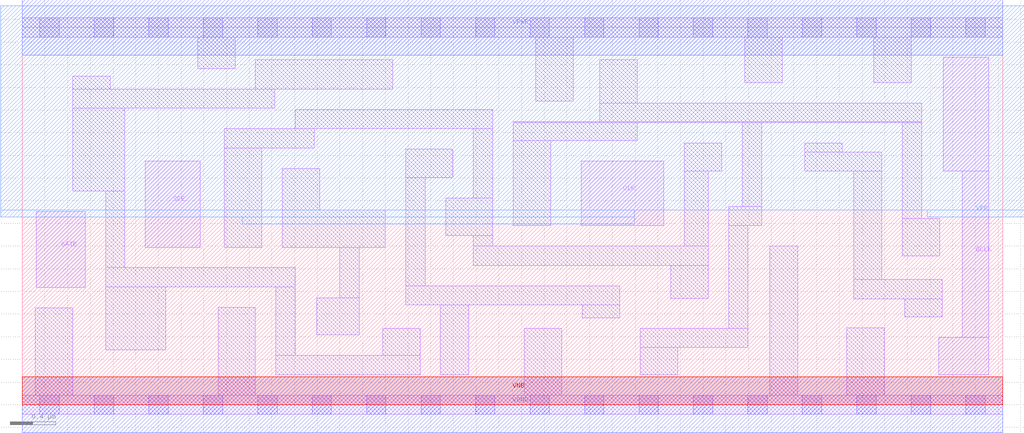
<source format=lef>
# Copyright 2020 The SkyWater PDK Authors
#
# Licensed under the Apache License, Version 2.0 (the "License");
# you may not use this file except in compliance with the License.
# You may obtain a copy of the License at
#
#     https://www.apache.org/licenses/LICENSE-2.0
#
# Unless required by applicable law or agreed to in writing, software
# distributed under the License is distributed on an "AS IS" BASIS,
# WITHOUT WARRANTIES OR CONDITIONS OF ANY KIND, either express or implied.
# See the License for the specific language governing permissions and
# limitations under the License.
#
# SPDX-License-Identifier: Apache-2.0

VERSION 5.7 ;
  NOWIREEXTENSIONATPIN ON ;
  DIVIDERCHAR "/" ;
  BUSBITCHARS "[]" ;
MACRO sky130_fd_sc_lp__sdlclkp_lp
  CLASS CORE ;
  FOREIGN sky130_fd_sc_lp__sdlclkp_lp ;
  ORIGIN  0.000000  0.000000 ;
  SIZE  8.640000 BY  3.330000 ;
  SYMMETRY X Y R90 ;
  SITE unit ;
  PIN GATE
    ANTENNAGATEAREA  0.376000 ;
    DIRECTION INPUT ;
    USE SIGNAL ;
    PORT
      LAYER li1 ;
        RECT 0.125000 1.035000 0.555000 1.705000 ;
    END
  END GATE
  PIN GCLK
    ANTENNADIFFAREA  0.404700 ;
    DIRECTION OUTPUT ;
    USE SIGNAL ;
    PORT
      LAYER li1 ;
        RECT 8.075000 0.265000 8.515000 0.595000 ;
        RECT 8.115000 2.060000 8.515000 3.065000 ;
        RECT 8.285000 0.595000 8.515000 2.060000 ;
    END
  END GCLK
  PIN SCE
    ANTENNAGATEAREA  0.376000 ;
    DIRECTION INPUT ;
    USE SIGNAL ;
    PORT
      LAYER li1 ;
        RECT 1.085000 1.390000 1.570000 2.150000 ;
    END
  END SCE
  PIN CLK
    ANTENNAGATEAREA  0.689000 ;
    DIRECTION INPUT ;
    USE CLOCK ;
    PORT
      LAYER li1 ;
        RECT 4.925000 1.580000 5.655000 2.150000 ;
    END
  END CLK
  PIN VGND
    DIRECTION INOUT ;
    USE GROUND ;
    PORT
      LAYER met1 ;
        RECT 0.000000 -0.245000 8.640000 0.245000 ;
    END
  END VGND
  PIN VNB
    DIRECTION INOUT ;
    USE GROUND ;
    PORT
      LAYER pwell ;
        RECT 0.000000 0.000000 8.640000 0.245000 ;
    END
  END VNB
  PIN VPB
    DIRECTION INOUT ;
    USE POWER ;
    PORT
      LAYER nwell ;
        RECT -0.190000 1.655000 5.395000 1.720000 ;
        RECT -0.190000 1.720000 8.830000 3.520000 ;
        RECT  1.940000 1.595000 5.395000 1.655000 ;
        RECT  7.975000 1.655000 8.830000 1.720000 ;
    END
  END VPB
  PIN VPWR
    DIRECTION INOUT ;
    USE POWER ;
    PORT
      LAYER met1 ;
        RECT 0.000000 3.085000 8.640000 3.575000 ;
    END
  END VPWR
  OBS
    LAYER li1 ;
      RECT 0.000000 -0.085000 8.640000 0.085000 ;
      RECT 0.000000  3.245000 8.640000 3.415000 ;
      RECT 0.115000  0.085000 0.445000 0.855000 ;
      RECT 0.445000  1.885000 0.905000 2.615000 ;
      RECT 0.445000  2.615000 2.225000 2.785000 ;
      RECT 0.445000  2.785000 0.775000 2.900000 ;
      RECT 0.735000  0.485000 1.265000 1.040000 ;
      RECT 0.735000  1.040000 2.405000 1.210000 ;
      RECT 0.735000  1.210000 0.905000 1.885000 ;
      RECT 1.545000  2.965000 1.875000 3.245000 ;
      RECT 1.725000  0.085000 2.055000 0.860000 ;
      RECT 1.780000  1.390000 2.110000 2.265000 ;
      RECT 1.780000  2.265000 2.575000 2.435000 ;
      RECT 2.055000  2.785000 3.265000 3.045000 ;
      RECT 2.235000  0.265000 3.505000 0.435000 ;
      RECT 2.235000  0.435000 2.405000 1.040000 ;
      RECT 2.290000  1.390000 3.200000 1.720000 ;
      RECT 2.290000  1.720000 2.620000 2.085000 ;
      RECT 2.405000  2.435000 4.145000 2.605000 ;
      RECT 2.595000  0.615000 2.970000 0.945000 ;
      RECT 2.800000  0.945000 2.970000 1.390000 ;
      RECT 3.175000  0.435000 3.505000 0.675000 ;
      RECT 3.380000  0.880000 5.265000 1.050000 ;
      RECT 3.380000  1.050000 3.550000 2.005000 ;
      RECT 3.380000  2.005000 3.795000 2.255000 ;
      RECT 3.685000  0.265000 3.935000 0.880000 ;
      RECT 3.730000  1.495000 4.145000 1.825000 ;
      RECT 3.975000  1.230000 6.045000 1.400000 ;
      RECT 3.975000  1.400000 4.145000 1.495000 ;
      RECT 3.975000  1.825000 4.145000 2.435000 ;
      RECT 4.325000  1.580000 4.655000 2.330000 ;
      RECT 4.325000  2.330000 5.420000 2.490000 ;
      RECT 4.325000  2.490000 7.925000 2.500000 ;
      RECT 4.425000  0.085000 4.755000 0.675000 ;
      RECT 4.525000  2.680000 4.855000 3.245000 ;
      RECT 4.935000  0.765000 5.265000 0.880000 ;
      RECT 5.090000  2.500000 7.925000 2.660000 ;
      RECT 5.090000  2.660000 5.420000 3.045000 ;
      RECT 5.445000  0.265000 5.775000 0.505000 ;
      RECT 5.445000  0.505000 6.395000 0.675000 ;
      RECT 5.715000  0.940000 6.045000 1.230000 ;
      RECT 5.835000  1.400000 6.045000 2.060000 ;
      RECT 5.835000  2.060000 6.165000 2.310000 ;
      RECT 6.225000  0.675000 6.395000 1.580000 ;
      RECT 6.225000  1.580000 6.515000 1.750000 ;
      RECT 6.345000  1.750000 6.515000 2.490000 ;
      RECT 6.365000  2.840000 6.695000 3.245000 ;
      RECT 6.585000  0.085000 6.835000 1.400000 ;
      RECT 6.895000  2.060000 7.575000 2.230000 ;
      RECT 6.895000  2.230000 7.225000 2.310000 ;
      RECT 7.265000  0.085000 7.595000 0.680000 ;
      RECT 7.325000  0.935000 8.105000 1.105000 ;
      RECT 7.325000  1.105000 7.575000 2.060000 ;
      RECT 7.505000  2.840000 7.835000 3.245000 ;
      RECT 7.755000  1.315000 8.085000 1.645000 ;
      RECT 7.755000  1.645000 7.925000 2.490000 ;
      RECT 7.775000  0.775000 8.105000 0.935000 ;
    LAYER mcon ;
      RECT 0.155000 -0.085000 0.325000 0.085000 ;
      RECT 0.155000  3.245000 0.325000 3.415000 ;
      RECT 0.635000 -0.085000 0.805000 0.085000 ;
      RECT 0.635000  3.245000 0.805000 3.415000 ;
      RECT 1.115000 -0.085000 1.285000 0.085000 ;
      RECT 1.115000  3.245000 1.285000 3.415000 ;
      RECT 1.595000 -0.085000 1.765000 0.085000 ;
      RECT 1.595000  3.245000 1.765000 3.415000 ;
      RECT 2.075000 -0.085000 2.245000 0.085000 ;
      RECT 2.075000  3.245000 2.245000 3.415000 ;
      RECT 2.555000 -0.085000 2.725000 0.085000 ;
      RECT 2.555000  3.245000 2.725000 3.415000 ;
      RECT 3.035000 -0.085000 3.205000 0.085000 ;
      RECT 3.035000  3.245000 3.205000 3.415000 ;
      RECT 3.515000 -0.085000 3.685000 0.085000 ;
      RECT 3.515000  3.245000 3.685000 3.415000 ;
      RECT 3.995000 -0.085000 4.165000 0.085000 ;
      RECT 3.995000  3.245000 4.165000 3.415000 ;
      RECT 4.475000 -0.085000 4.645000 0.085000 ;
      RECT 4.475000  3.245000 4.645000 3.415000 ;
      RECT 4.955000 -0.085000 5.125000 0.085000 ;
      RECT 4.955000  3.245000 5.125000 3.415000 ;
      RECT 5.435000 -0.085000 5.605000 0.085000 ;
      RECT 5.435000  3.245000 5.605000 3.415000 ;
      RECT 5.915000 -0.085000 6.085000 0.085000 ;
      RECT 5.915000  3.245000 6.085000 3.415000 ;
      RECT 6.395000 -0.085000 6.565000 0.085000 ;
      RECT 6.395000  3.245000 6.565000 3.415000 ;
      RECT 6.875000 -0.085000 7.045000 0.085000 ;
      RECT 6.875000  3.245000 7.045000 3.415000 ;
      RECT 7.355000 -0.085000 7.525000 0.085000 ;
      RECT 7.355000  3.245000 7.525000 3.415000 ;
      RECT 7.835000 -0.085000 8.005000 0.085000 ;
      RECT 7.835000  3.245000 8.005000 3.415000 ;
      RECT 8.315000 -0.085000 8.485000 0.085000 ;
      RECT 8.315000  3.245000 8.485000 3.415000 ;
  END
END sky130_fd_sc_lp__sdlclkp_lp
END LIBRARY

</source>
